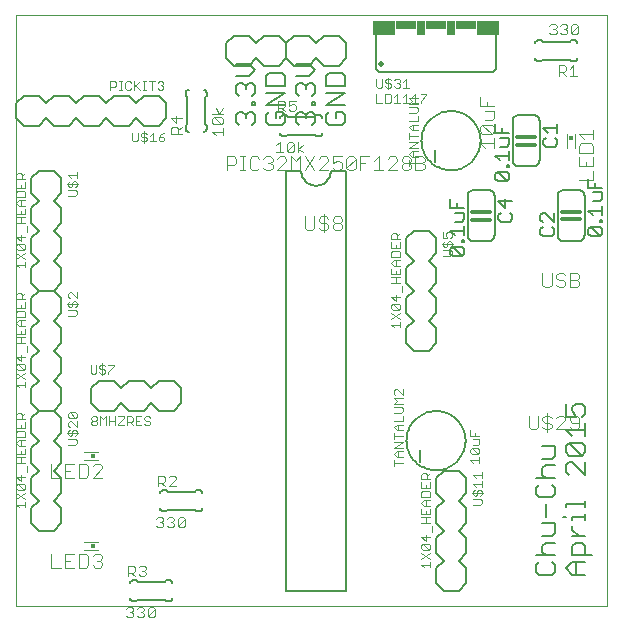
<source format=gto>
G75*
G70*
%OFA0B0*%
%FSLAX24Y24*%
%IPPOS*%
%LPD*%
%AMOC8*
5,1,8,0,0,1.08239X$1,22.5*
%
%ADD10C,0.0000*%
%ADD11C,0.0060*%
%ADD12C,0.0080*%
%ADD13C,0.0030*%
%ADD14C,0.0040*%
%ADD15C,0.0200*%
%ADD16R,0.0750X0.0500*%
%ADD17R,0.0700X0.0300*%
%ADD18R,0.0300X0.0500*%
%ADD19R,0.0118X0.0118*%
%ADD20C,0.0120*%
%ADD21C,0.0050*%
D10*
X000302Y000726D02*
X000302Y020411D01*
X019987Y020411D01*
X019987Y000726D01*
X000302Y000726D01*
D11*
X004202Y000876D02*
X004302Y000876D01*
X004352Y000926D01*
X005252Y000926D01*
X005302Y000876D01*
X005402Y000876D01*
X005419Y000878D01*
X005436Y000882D01*
X005452Y000889D01*
X005466Y000899D01*
X005479Y000912D01*
X005489Y000926D01*
X005496Y000942D01*
X005500Y000959D01*
X005502Y000976D01*
X005502Y001476D02*
X005500Y001493D01*
X005496Y001510D01*
X005489Y001526D01*
X005479Y001540D01*
X005466Y001553D01*
X005452Y001563D01*
X005436Y001570D01*
X005419Y001574D01*
X005402Y001576D01*
X005302Y001576D01*
X005252Y001526D01*
X004352Y001526D01*
X004302Y001576D01*
X004202Y001576D01*
X004185Y001574D01*
X004168Y001570D01*
X004152Y001563D01*
X004138Y001553D01*
X004125Y001540D01*
X004115Y001526D01*
X004108Y001510D01*
X004104Y001493D01*
X004102Y001476D01*
X004102Y000976D02*
X004104Y000959D01*
X004108Y000942D01*
X004115Y000926D01*
X004125Y000912D01*
X004138Y000899D01*
X004152Y000889D01*
X004168Y000882D01*
X004185Y000878D01*
X004202Y000876D01*
X005202Y003876D02*
X005302Y003876D01*
X005352Y003926D01*
X006252Y003926D01*
X006302Y003876D01*
X006402Y003876D01*
X006419Y003878D01*
X006436Y003882D01*
X006452Y003889D01*
X006466Y003899D01*
X006479Y003912D01*
X006489Y003926D01*
X006496Y003942D01*
X006500Y003959D01*
X006502Y003976D01*
X006502Y004476D02*
X006500Y004493D01*
X006496Y004510D01*
X006489Y004526D01*
X006479Y004540D01*
X006466Y004553D01*
X006452Y004563D01*
X006436Y004570D01*
X006419Y004574D01*
X006402Y004576D01*
X006302Y004576D01*
X006252Y004526D01*
X005352Y004526D01*
X005302Y004576D01*
X005202Y004576D01*
X005185Y004574D01*
X005168Y004570D01*
X005152Y004563D01*
X005138Y004553D01*
X005125Y004540D01*
X005115Y004526D01*
X005108Y004510D01*
X005104Y004493D01*
X005102Y004476D01*
X005102Y003976D02*
X005104Y003959D01*
X005108Y003942D01*
X005115Y003926D01*
X005125Y003912D01*
X005138Y003899D01*
X005152Y003889D01*
X005168Y003882D01*
X005185Y003878D01*
X005202Y003876D01*
X015352Y013076D02*
X015352Y014376D01*
X015354Y014402D01*
X015359Y014428D01*
X015367Y014453D01*
X015379Y014476D01*
X015393Y014498D01*
X015411Y014517D01*
X015430Y014535D01*
X015452Y014549D01*
X015475Y014561D01*
X015500Y014569D01*
X015526Y014574D01*
X015552Y014576D01*
X016052Y014576D01*
X016078Y014574D01*
X016104Y014569D01*
X016129Y014561D01*
X016152Y014549D01*
X016174Y014535D01*
X016193Y014517D01*
X016211Y014498D01*
X016225Y014476D01*
X016237Y014453D01*
X016245Y014428D01*
X016250Y014402D01*
X016252Y014376D01*
X016252Y013076D01*
X016250Y013050D01*
X016245Y013024D01*
X016237Y012999D01*
X016225Y012976D01*
X016211Y012954D01*
X016193Y012935D01*
X016174Y012917D01*
X016152Y012903D01*
X016129Y012891D01*
X016104Y012883D01*
X016078Y012878D01*
X016052Y012876D01*
X015552Y012876D01*
X015526Y012878D01*
X015500Y012883D01*
X015475Y012891D01*
X015452Y012903D01*
X015430Y012917D01*
X015411Y012935D01*
X015393Y012954D01*
X015379Y012976D01*
X015367Y012999D01*
X015359Y013024D01*
X015354Y013050D01*
X015352Y013076D01*
X017052Y015376D02*
X017552Y015376D01*
X017578Y015378D01*
X017604Y015383D01*
X017629Y015391D01*
X017652Y015403D01*
X017674Y015417D01*
X017693Y015435D01*
X017711Y015454D01*
X017725Y015476D01*
X017737Y015499D01*
X017745Y015524D01*
X017750Y015550D01*
X017752Y015576D01*
X017752Y016876D01*
X017750Y016902D01*
X017745Y016928D01*
X017737Y016953D01*
X017725Y016976D01*
X017711Y016998D01*
X017693Y017017D01*
X017674Y017035D01*
X017652Y017049D01*
X017629Y017061D01*
X017604Y017069D01*
X017578Y017074D01*
X017552Y017076D01*
X017052Y017076D01*
X017026Y017074D01*
X017000Y017069D01*
X016975Y017061D01*
X016952Y017049D01*
X016930Y017035D01*
X016911Y017017D01*
X016893Y016998D01*
X016879Y016976D01*
X016867Y016953D01*
X016859Y016928D01*
X016854Y016902D01*
X016852Y016876D01*
X016852Y015576D01*
X016854Y015550D01*
X016859Y015524D01*
X016867Y015499D01*
X016879Y015476D01*
X016893Y015454D01*
X016911Y015435D01*
X016930Y015417D01*
X016952Y015403D01*
X016975Y015391D01*
X017000Y015383D01*
X017026Y015378D01*
X017052Y015376D01*
X018352Y014376D02*
X018352Y013076D01*
X018354Y013050D01*
X018359Y013024D01*
X018367Y012999D01*
X018379Y012976D01*
X018393Y012954D01*
X018411Y012935D01*
X018430Y012917D01*
X018452Y012903D01*
X018475Y012891D01*
X018500Y012883D01*
X018526Y012878D01*
X018552Y012876D01*
X019052Y012876D01*
X019078Y012878D01*
X019104Y012883D01*
X019129Y012891D01*
X019152Y012903D01*
X019174Y012917D01*
X019193Y012935D01*
X019211Y012954D01*
X019225Y012976D01*
X019237Y012999D01*
X019245Y013024D01*
X019250Y013050D01*
X019252Y013076D01*
X019252Y014376D01*
X019250Y014402D01*
X019245Y014428D01*
X019237Y014453D01*
X019225Y014476D01*
X019211Y014498D01*
X019193Y014517D01*
X019174Y014535D01*
X019152Y014549D01*
X019129Y014561D01*
X019104Y014569D01*
X019078Y014574D01*
X019052Y014576D01*
X018552Y014576D01*
X018526Y014574D01*
X018500Y014569D01*
X018475Y014561D01*
X018452Y014549D01*
X018430Y014535D01*
X018411Y014517D01*
X018393Y014498D01*
X018379Y014476D01*
X018367Y014453D01*
X018359Y014428D01*
X018354Y014402D01*
X018352Y014376D01*
X016202Y018526D02*
X012402Y018526D01*
X012302Y018626D01*
X012302Y019776D01*
X011166Y018472D02*
X010739Y018472D01*
X010632Y018365D01*
X010632Y018045D01*
X011272Y018045D01*
X011272Y018365D01*
X011166Y018472D01*
X011272Y017827D02*
X010632Y017827D01*
X010272Y017829D02*
X010166Y017722D01*
X010272Y017829D02*
X010272Y018043D01*
X010166Y018149D01*
X010059Y018149D01*
X009952Y018043D01*
X009952Y017936D01*
X009952Y018043D02*
X009845Y018149D01*
X009739Y018149D01*
X009632Y018043D01*
X009632Y017829D01*
X009739Y017722D01*
X010166Y017507D02*
X010166Y017400D01*
X010272Y017400D01*
X010272Y017507D01*
X010166Y017507D01*
X010166Y017183D02*
X010059Y017183D01*
X009952Y017076D01*
X009952Y016969D01*
X009952Y017076D02*
X009845Y017183D01*
X009739Y017183D01*
X009632Y017076D01*
X009632Y016862D01*
X009739Y016756D01*
X010166Y016756D02*
X010272Y016862D01*
X010272Y017076D01*
X010166Y017183D01*
X010302Y017076D02*
X010252Y017026D01*
X009352Y017026D01*
X009302Y017076D01*
X009202Y017076D01*
X009272Y017076D02*
X009166Y017183D01*
X008952Y017183D01*
X008952Y016969D01*
X009102Y016976D02*
X009104Y016993D01*
X009108Y017010D01*
X009115Y017026D01*
X009125Y017040D01*
X009138Y017053D01*
X009152Y017063D01*
X009168Y017070D01*
X009185Y017074D01*
X009202Y017076D01*
X009272Y017076D02*
X009272Y016862D01*
X009166Y016756D01*
X008739Y016756D01*
X008632Y016862D01*
X008632Y017076D01*
X008739Y017183D01*
X008632Y017400D02*
X009272Y017827D01*
X008632Y017827D01*
X008632Y018045D02*
X008632Y018365D01*
X008739Y018472D01*
X009166Y018472D01*
X009272Y018365D01*
X009272Y018045D01*
X008632Y018045D01*
X008272Y018043D02*
X008272Y017829D01*
X008166Y017722D01*
X008166Y017507D02*
X008272Y017507D01*
X008272Y017400D01*
X008166Y017400D01*
X008166Y017507D01*
X008166Y017183D02*
X008059Y017183D01*
X007952Y017076D01*
X007952Y016969D01*
X007952Y017076D02*
X007845Y017183D01*
X007739Y017183D01*
X007632Y017076D01*
X007632Y016862D01*
X007739Y016756D01*
X008166Y016756D02*
X008272Y016862D01*
X008272Y017076D01*
X008166Y017183D01*
X008632Y017400D02*
X009272Y017400D01*
X009102Y016476D02*
X009104Y016459D01*
X009108Y016442D01*
X009115Y016426D01*
X009125Y016412D01*
X009138Y016399D01*
X009152Y016389D01*
X009168Y016382D01*
X009185Y016378D01*
X009202Y016376D01*
X009302Y016376D01*
X009352Y016426D01*
X010252Y016426D01*
X010302Y016376D01*
X010402Y016376D01*
X010419Y016378D01*
X010436Y016382D01*
X010452Y016389D01*
X010466Y016399D01*
X010479Y016412D01*
X010489Y016426D01*
X010496Y016442D01*
X010500Y016459D01*
X010502Y016476D01*
X010739Y016756D02*
X011166Y016756D01*
X011272Y016862D01*
X011272Y017076D01*
X011166Y017183D01*
X010952Y017183D01*
X010952Y016969D01*
X010739Y016756D02*
X010632Y016862D01*
X010632Y017076D01*
X010739Y017183D01*
X010632Y017400D02*
X011272Y017827D01*
X011272Y017400D02*
X010632Y017400D01*
X010402Y017076D02*
X010302Y017076D01*
X010402Y017076D02*
X010419Y017074D01*
X010436Y017070D01*
X010452Y017063D01*
X010466Y017053D01*
X010479Y017040D01*
X010489Y017026D01*
X010496Y017010D01*
X010500Y016993D01*
X010502Y016976D01*
X010059Y018367D02*
X009632Y018367D01*
X010059Y018367D02*
X010272Y018580D01*
X010059Y018794D01*
X009632Y018794D01*
X008272Y018580D02*
X008059Y018794D01*
X007632Y018794D01*
X007632Y018367D02*
X008059Y018367D01*
X008272Y018580D01*
X008166Y018149D02*
X008059Y018149D01*
X007952Y018043D01*
X007952Y017936D01*
X007952Y018043D02*
X007845Y018149D01*
X007739Y018149D01*
X007632Y018043D01*
X007632Y017829D01*
X007739Y017722D01*
X008166Y018149D02*
X008272Y018043D01*
X006652Y017826D02*
X006652Y017726D01*
X006602Y017676D01*
X006602Y016776D01*
X006652Y016726D01*
X006652Y016626D01*
X006650Y016609D01*
X006646Y016592D01*
X006639Y016576D01*
X006629Y016562D01*
X006616Y016549D01*
X006602Y016539D01*
X006586Y016532D01*
X006569Y016528D01*
X006552Y016526D01*
X006052Y016526D02*
X006035Y016528D01*
X006018Y016532D01*
X006002Y016539D01*
X005988Y016549D01*
X005975Y016562D01*
X005965Y016576D01*
X005958Y016592D01*
X005954Y016609D01*
X005952Y016626D01*
X005952Y016726D01*
X006002Y016776D01*
X006002Y017676D01*
X005952Y017726D01*
X005952Y017826D01*
X005954Y017843D01*
X005958Y017860D01*
X005965Y017876D01*
X005975Y017890D01*
X005988Y017903D01*
X006002Y017913D01*
X006018Y017920D01*
X006035Y017924D01*
X006052Y017926D01*
X006552Y017926D02*
X006569Y017924D01*
X006586Y017920D01*
X006602Y017913D01*
X006616Y017903D01*
X006629Y017890D01*
X006639Y017876D01*
X006646Y017860D01*
X006650Y017843D01*
X006652Y017826D01*
X016202Y018526D02*
X016302Y018626D01*
X016302Y019776D01*
X017702Y019576D02*
X017802Y019576D01*
X017852Y019526D01*
X018752Y019526D01*
X018802Y019576D01*
X018902Y019576D01*
X018919Y019574D01*
X018936Y019570D01*
X018952Y019563D01*
X018966Y019553D01*
X018979Y019540D01*
X018989Y019526D01*
X018996Y019510D01*
X019000Y019493D01*
X019002Y019476D01*
X019002Y018976D02*
X019000Y018959D01*
X018996Y018942D01*
X018989Y018926D01*
X018979Y018912D01*
X018966Y018899D01*
X018952Y018889D01*
X018936Y018882D01*
X018919Y018878D01*
X018902Y018876D01*
X018802Y018876D01*
X018752Y018926D01*
X017852Y018926D01*
X017802Y018876D01*
X017702Y018876D01*
X017685Y018878D01*
X017668Y018882D01*
X017652Y018889D01*
X017638Y018899D01*
X017625Y018912D01*
X017615Y018926D01*
X017608Y018942D01*
X017604Y018959D01*
X017602Y018976D01*
X017602Y019476D02*
X017604Y019493D01*
X017608Y019510D01*
X017615Y019526D01*
X017625Y019540D01*
X017638Y019553D01*
X017652Y019563D01*
X017668Y019570D01*
X017685Y019574D01*
X017702Y019576D01*
X018632Y007446D02*
X018632Y007019D01*
X018952Y007019D01*
X018845Y007233D01*
X018845Y007340D01*
X018952Y007446D01*
X019166Y007446D01*
X019272Y007340D01*
X019272Y007126D01*
X019166Y007019D01*
X019272Y006802D02*
X019272Y006375D01*
X019272Y006588D02*
X018632Y006588D01*
X018845Y006375D01*
X018739Y006157D02*
X019166Y005730D01*
X019272Y005837D01*
X019272Y006050D01*
X019166Y006157D01*
X018739Y006157D01*
X018632Y006050D01*
X018632Y005837D01*
X018739Y005730D01*
X019166Y005730D01*
X019272Y005513D02*
X019272Y005086D01*
X018845Y005513D01*
X018739Y005513D01*
X018632Y005406D01*
X018632Y005192D01*
X018739Y005086D01*
X018272Y004978D02*
X017632Y004978D01*
X017845Y005085D02*
X017845Y005299D01*
X017952Y005405D01*
X018272Y005405D01*
X018166Y005623D02*
X018272Y005730D01*
X018272Y006050D01*
X017845Y006050D01*
X017845Y005623D02*
X018166Y005623D01*
X017845Y005085D02*
X017952Y004978D01*
X017739Y004761D02*
X017632Y004654D01*
X017632Y004441D01*
X017739Y004334D01*
X018166Y004334D01*
X018272Y004441D01*
X018272Y004654D01*
X018166Y004761D01*
X017952Y004116D02*
X017952Y003689D01*
X017845Y003472D02*
X018272Y003472D01*
X018272Y003151D01*
X018166Y003045D01*
X017845Y003045D01*
X017952Y002827D02*
X017845Y002720D01*
X017845Y002507D01*
X017952Y002400D01*
X017739Y002183D02*
X017632Y002076D01*
X017632Y001862D01*
X017739Y001756D01*
X018166Y001756D01*
X018272Y001862D01*
X018272Y002076D01*
X018166Y002183D01*
X018272Y002400D02*
X017632Y002400D01*
X017952Y002827D02*
X018272Y002827D01*
X018845Y002720D02*
X018845Y002400D01*
X019486Y002400D01*
X019272Y002400D02*
X019272Y002720D01*
X019166Y002827D01*
X018952Y002827D01*
X018845Y002720D01*
X018845Y003045D02*
X019272Y003045D01*
X019059Y003045D02*
X018845Y003258D01*
X018845Y003365D01*
X018845Y003582D02*
X018845Y003689D01*
X019272Y003689D01*
X019272Y003795D02*
X019272Y003582D01*
X019272Y004011D02*
X019272Y004225D01*
X019272Y004118D02*
X018632Y004118D01*
X018632Y004011D01*
X018632Y003689D02*
X018525Y003689D01*
X018845Y002183D02*
X019272Y002183D01*
X018952Y002183D02*
X018952Y001756D01*
X018845Y001756D02*
X018632Y001969D01*
X018845Y002183D01*
X018845Y001756D02*
X019272Y001756D01*
D12*
X015302Y001976D02*
X015302Y001476D01*
X015052Y001226D01*
X014552Y001226D01*
X014302Y001476D01*
X014302Y001976D01*
X014552Y002226D01*
X014302Y002476D01*
X014302Y002976D01*
X014552Y003226D01*
X014302Y003476D01*
X014302Y003976D01*
X014552Y004226D01*
X014302Y004476D01*
X014302Y004976D01*
X014552Y005226D01*
X015052Y005226D01*
X015302Y004976D01*
X015302Y004476D01*
X015052Y004226D01*
X015302Y003976D01*
X015302Y003476D01*
X015052Y003226D01*
X015302Y002976D01*
X015302Y002476D01*
X015052Y002226D01*
X015302Y001976D01*
X013752Y005526D02*
X013752Y005926D01*
X013318Y006226D02*
X013320Y006288D01*
X013326Y006351D01*
X013336Y006412D01*
X013350Y006473D01*
X013367Y006533D01*
X013388Y006592D01*
X013414Y006649D01*
X013442Y006704D01*
X013474Y006758D01*
X013510Y006809D01*
X013548Y006859D01*
X013590Y006905D01*
X013634Y006949D01*
X013682Y006990D01*
X013731Y007028D01*
X013783Y007062D01*
X013837Y007093D01*
X013893Y007121D01*
X013951Y007145D01*
X014010Y007166D01*
X014070Y007182D01*
X014131Y007195D01*
X014193Y007204D01*
X014255Y007209D01*
X014318Y007210D01*
X014380Y007207D01*
X014442Y007200D01*
X014504Y007189D01*
X014564Y007174D01*
X014624Y007156D01*
X014682Y007134D01*
X014739Y007108D01*
X014794Y007078D01*
X014847Y007045D01*
X014898Y007009D01*
X014946Y006970D01*
X014992Y006927D01*
X015035Y006882D01*
X015075Y006834D01*
X015112Y006784D01*
X015146Y006731D01*
X015177Y006677D01*
X015203Y006621D01*
X015227Y006563D01*
X015246Y006503D01*
X015262Y006443D01*
X015274Y006381D01*
X015282Y006320D01*
X015286Y006257D01*
X015286Y006195D01*
X015282Y006132D01*
X015274Y006071D01*
X015262Y006009D01*
X015246Y005949D01*
X015227Y005889D01*
X015203Y005831D01*
X015177Y005775D01*
X015146Y005721D01*
X015112Y005668D01*
X015075Y005618D01*
X015035Y005570D01*
X014992Y005525D01*
X014946Y005482D01*
X014898Y005443D01*
X014847Y005407D01*
X014794Y005374D01*
X014739Y005344D01*
X014682Y005318D01*
X014624Y005296D01*
X014564Y005278D01*
X014504Y005263D01*
X014442Y005252D01*
X014380Y005245D01*
X014318Y005242D01*
X014255Y005243D01*
X014193Y005248D01*
X014131Y005257D01*
X014070Y005270D01*
X014010Y005286D01*
X013951Y005307D01*
X013893Y005331D01*
X013837Y005359D01*
X013783Y005390D01*
X013731Y005424D01*
X013682Y005462D01*
X013634Y005503D01*
X013590Y005547D01*
X013548Y005593D01*
X013510Y005643D01*
X013474Y005694D01*
X013442Y005748D01*
X013414Y005803D01*
X013388Y005860D01*
X013367Y005919D01*
X013350Y005979D01*
X013336Y006040D01*
X013326Y006101D01*
X013320Y006164D01*
X013318Y006226D01*
X013552Y009226D02*
X014052Y009226D01*
X014302Y009476D01*
X014302Y009976D01*
X014052Y010226D01*
X014302Y010476D01*
X014302Y010976D01*
X014052Y011226D01*
X014302Y011476D01*
X014302Y011976D01*
X014052Y012226D01*
X014302Y012476D01*
X014302Y012976D01*
X014052Y013226D01*
X013552Y013226D01*
X013302Y012976D01*
X013302Y012476D01*
X013552Y012226D01*
X013302Y011976D01*
X013302Y011476D01*
X013552Y011226D01*
X013302Y010976D01*
X013302Y010476D01*
X013552Y010226D01*
X013302Y009976D01*
X013302Y009476D01*
X013552Y009226D01*
X014252Y015526D02*
X014252Y015926D01*
X013818Y016226D02*
X013820Y016288D01*
X013826Y016351D01*
X013836Y016412D01*
X013850Y016473D01*
X013867Y016533D01*
X013888Y016592D01*
X013914Y016649D01*
X013942Y016704D01*
X013974Y016758D01*
X014010Y016809D01*
X014048Y016859D01*
X014090Y016905D01*
X014134Y016949D01*
X014182Y016990D01*
X014231Y017028D01*
X014283Y017062D01*
X014337Y017093D01*
X014393Y017121D01*
X014451Y017145D01*
X014510Y017166D01*
X014570Y017182D01*
X014631Y017195D01*
X014693Y017204D01*
X014755Y017209D01*
X014818Y017210D01*
X014880Y017207D01*
X014942Y017200D01*
X015004Y017189D01*
X015064Y017174D01*
X015124Y017156D01*
X015182Y017134D01*
X015239Y017108D01*
X015294Y017078D01*
X015347Y017045D01*
X015398Y017009D01*
X015446Y016970D01*
X015492Y016927D01*
X015535Y016882D01*
X015575Y016834D01*
X015612Y016784D01*
X015646Y016731D01*
X015677Y016677D01*
X015703Y016621D01*
X015727Y016563D01*
X015746Y016503D01*
X015762Y016443D01*
X015774Y016381D01*
X015782Y016320D01*
X015786Y016257D01*
X015786Y016195D01*
X015782Y016132D01*
X015774Y016071D01*
X015762Y016009D01*
X015746Y015949D01*
X015727Y015889D01*
X015703Y015831D01*
X015677Y015775D01*
X015646Y015721D01*
X015612Y015668D01*
X015575Y015618D01*
X015535Y015570D01*
X015492Y015525D01*
X015446Y015482D01*
X015398Y015443D01*
X015347Y015407D01*
X015294Y015374D01*
X015239Y015344D01*
X015182Y015318D01*
X015124Y015296D01*
X015064Y015278D01*
X015004Y015263D01*
X014942Y015252D01*
X014880Y015245D01*
X014818Y015242D01*
X014755Y015243D01*
X014693Y015248D01*
X014631Y015257D01*
X014570Y015270D01*
X014510Y015286D01*
X014451Y015307D01*
X014393Y015331D01*
X014337Y015359D01*
X014283Y015390D01*
X014231Y015424D01*
X014182Y015462D01*
X014134Y015503D01*
X014090Y015547D01*
X014048Y015593D01*
X014010Y015643D01*
X013974Y015694D01*
X013942Y015748D01*
X013914Y015803D01*
X013888Y015860D01*
X013867Y015919D01*
X013850Y015979D01*
X013836Y016040D01*
X013826Y016101D01*
X013820Y016164D01*
X013818Y016226D01*
X011302Y018976D02*
X011302Y019476D01*
X011052Y019726D01*
X010552Y019726D01*
X010302Y019476D01*
X010052Y019726D01*
X009552Y019726D01*
X009302Y019476D01*
X009302Y018976D01*
X009552Y018726D01*
X010052Y018726D01*
X010302Y018976D01*
X010552Y018726D01*
X011052Y018726D01*
X011302Y018976D01*
X009302Y018976D02*
X009302Y019476D01*
X009052Y019726D01*
X008552Y019726D01*
X008302Y019476D01*
X008052Y019726D01*
X007552Y019726D01*
X007302Y019476D01*
X007302Y018976D01*
X007552Y018726D01*
X008052Y018726D01*
X008302Y018976D01*
X008552Y018726D01*
X009052Y018726D01*
X009302Y018976D01*
X005302Y017476D02*
X005302Y016976D01*
X005052Y016726D01*
X004552Y016726D01*
X004302Y016976D01*
X004052Y016726D01*
X003552Y016726D01*
X003302Y016976D01*
X003052Y016726D01*
X002552Y016726D01*
X002302Y016976D01*
X002052Y016726D01*
X001552Y016726D01*
X001302Y016976D01*
X001052Y016726D01*
X000552Y016726D01*
X000302Y016976D01*
X000302Y017476D01*
X000552Y017726D01*
X001052Y017726D01*
X001302Y017476D01*
X001552Y017726D01*
X002052Y017726D01*
X002302Y017476D01*
X002552Y017726D01*
X003052Y017726D01*
X003302Y017476D01*
X003552Y017726D01*
X004052Y017726D01*
X004302Y017476D01*
X004552Y017726D01*
X005052Y017726D01*
X005302Y017476D01*
X001802Y014976D02*
X001802Y014476D01*
X001552Y014226D01*
X001802Y013976D01*
X001802Y013476D01*
X001552Y013226D01*
X001802Y012976D01*
X001802Y012476D01*
X001552Y012226D01*
X001802Y011976D01*
X001802Y011476D01*
X001552Y011226D01*
X001802Y010976D01*
X001802Y010476D01*
X001552Y010226D01*
X001802Y009976D01*
X001802Y009476D01*
X001552Y009226D01*
X001802Y008976D01*
X001802Y008476D01*
X001552Y008226D01*
X001802Y007976D01*
X001802Y007476D01*
X001552Y007226D01*
X001802Y006976D01*
X001802Y006476D01*
X001552Y006226D01*
X001802Y005976D01*
X001802Y005476D01*
X001552Y005226D01*
X001802Y004976D01*
X001802Y004476D01*
X001552Y004226D01*
X001802Y003976D01*
X001802Y003476D01*
X001552Y003226D01*
X001052Y003226D01*
X000802Y003476D01*
X000802Y003976D01*
X001052Y004226D01*
X000802Y004476D01*
X000802Y004976D01*
X001052Y005226D01*
X000802Y005476D01*
X000802Y005976D01*
X001052Y006226D01*
X000802Y006476D01*
X000802Y006976D01*
X001052Y007226D01*
X001552Y007226D01*
X001052Y007226D01*
X000802Y007476D01*
X000802Y007976D01*
X001052Y008226D01*
X000802Y008476D01*
X000802Y008976D01*
X001052Y009226D01*
X000802Y009476D01*
X000802Y009976D01*
X001052Y010226D01*
X000802Y010476D01*
X000802Y010976D01*
X001052Y011226D01*
X001552Y011226D01*
X001052Y011226D01*
X000802Y011476D01*
X000802Y011976D01*
X001052Y012226D01*
X000802Y012476D01*
X000802Y012976D01*
X001052Y013226D01*
X000802Y013476D01*
X000802Y013976D01*
X001052Y014226D01*
X000802Y014476D01*
X000802Y014976D01*
X001052Y015226D01*
X001552Y015226D01*
X001802Y014976D01*
X003052Y008226D02*
X002802Y007976D01*
X002802Y007476D01*
X003052Y007226D01*
X003552Y007226D01*
X003802Y007476D01*
X004052Y007226D01*
X004552Y007226D01*
X004802Y007476D01*
X005052Y007226D01*
X005552Y007226D01*
X005802Y007476D01*
X005802Y007976D01*
X005552Y008226D01*
X005052Y008226D01*
X004802Y007976D01*
X004552Y008226D01*
X004052Y008226D01*
X003802Y007976D01*
X003552Y008226D01*
X003052Y008226D01*
D13*
X003179Y008412D02*
X003179Y008799D01*
X003227Y008751D02*
X003130Y008751D01*
X003082Y008703D01*
X003082Y008654D01*
X003130Y008606D01*
X003227Y008606D01*
X003275Y008557D01*
X003275Y008509D01*
X003227Y008461D01*
X003130Y008461D01*
X003082Y008509D01*
X002981Y008509D02*
X002981Y008751D01*
X002787Y008751D02*
X002787Y008509D01*
X002836Y008461D01*
X002932Y008461D01*
X002981Y008509D01*
X003227Y008751D02*
X003275Y008703D01*
X003377Y008751D02*
X003570Y008751D01*
X003570Y008703D01*
X003377Y008509D01*
X003377Y008461D01*
X003407Y007031D02*
X003407Y006741D01*
X003305Y006741D02*
X003305Y007031D01*
X003209Y006934D01*
X003112Y007031D01*
X003112Y006741D01*
X003011Y006789D02*
X002962Y006741D01*
X002866Y006741D01*
X002817Y006789D01*
X002817Y006837D01*
X002866Y006886D01*
X002962Y006886D01*
X003011Y006837D01*
X003011Y006789D01*
X002962Y006886D02*
X003011Y006934D01*
X003011Y006983D01*
X002962Y007031D01*
X002866Y007031D01*
X002817Y006983D01*
X002817Y006934D01*
X002866Y006886D01*
X003407Y006886D02*
X003600Y006886D01*
X003701Y006789D02*
X003701Y006741D01*
X003895Y006741D01*
X003996Y006741D02*
X003996Y007031D01*
X004141Y007031D01*
X004189Y006983D01*
X004189Y006886D01*
X004141Y006837D01*
X003996Y006837D01*
X004093Y006837D02*
X004189Y006741D01*
X004291Y006741D02*
X004484Y006741D01*
X004585Y006789D02*
X004634Y006741D01*
X004730Y006741D01*
X004779Y006789D01*
X004779Y006837D01*
X004730Y006886D01*
X004634Y006886D01*
X004585Y006934D01*
X004585Y006983D01*
X004634Y007031D01*
X004730Y007031D01*
X004779Y006983D01*
X004484Y007031D02*
X004291Y007031D01*
X004291Y006741D01*
X004291Y006886D02*
X004387Y006886D01*
X003895Y006983D02*
X003701Y006789D01*
X003600Y006741D02*
X003600Y007031D01*
X003701Y007031D02*
X003895Y007031D01*
X003895Y006983D01*
X002327Y007024D02*
X002279Y006976D01*
X002086Y007169D01*
X002279Y007169D01*
X002327Y007121D01*
X002327Y007024D01*
X002279Y006976D02*
X002086Y006976D01*
X002037Y007024D01*
X002037Y007121D01*
X002086Y007169D01*
X002086Y006875D02*
X002037Y006826D01*
X002037Y006730D01*
X002086Y006681D01*
X002086Y006580D02*
X002037Y006532D01*
X002037Y006435D01*
X002086Y006387D01*
X002134Y006387D01*
X002182Y006435D01*
X002182Y006532D01*
X002231Y006580D01*
X002279Y006580D01*
X002327Y006532D01*
X002327Y006435D01*
X002279Y006387D01*
X002279Y006286D02*
X002037Y006286D01*
X002037Y006092D02*
X002279Y006092D01*
X002327Y006140D01*
X002327Y006237D01*
X002279Y006286D01*
X002376Y006483D02*
X001989Y006483D01*
X002327Y006681D02*
X002134Y006875D01*
X002086Y006875D01*
X002327Y006875D02*
X002327Y006681D01*
X000607Y006651D02*
X000607Y006845D01*
X000607Y006946D02*
X000317Y006946D01*
X000317Y007091D01*
X000366Y007139D01*
X000462Y007139D01*
X000511Y007091D01*
X000511Y006946D01*
X000511Y007043D02*
X000607Y007139D01*
X000317Y006845D02*
X000317Y006651D01*
X000607Y006651D01*
X000559Y006550D02*
X000366Y006550D01*
X000317Y006502D01*
X000317Y006357D01*
X000607Y006357D01*
X000607Y006502D01*
X000559Y006550D01*
X000462Y006651D02*
X000462Y006748D01*
X000462Y006256D02*
X000462Y006062D01*
X000414Y006062D02*
X000317Y006159D01*
X000414Y006256D01*
X000607Y006256D01*
X000607Y006062D02*
X000414Y006062D01*
X000317Y005961D02*
X000317Y005767D01*
X000607Y005767D01*
X000607Y005961D01*
X000462Y005864D02*
X000462Y005767D01*
X000462Y005666D02*
X000462Y005473D01*
X000607Y005473D02*
X000317Y005473D01*
X000317Y005666D02*
X000607Y005666D01*
X000656Y005372D02*
X000656Y005178D01*
X000607Y005029D02*
X000317Y005029D01*
X000462Y004883D01*
X000462Y005077D01*
X000366Y004782D02*
X000559Y004589D01*
X000607Y004637D01*
X000607Y004734D01*
X000559Y004782D01*
X000366Y004782D01*
X000317Y004734D01*
X000317Y004637D01*
X000366Y004589D01*
X000559Y004589D01*
X000607Y004488D02*
X000317Y004294D01*
X000317Y004488D02*
X000607Y004294D01*
X000607Y004193D02*
X000607Y004000D01*
X000607Y004096D02*
X000317Y004096D01*
X000414Y004000D01*
X000414Y008000D02*
X000317Y008096D01*
X000607Y008096D01*
X000607Y008000D02*
X000607Y008193D01*
X000607Y008294D02*
X000317Y008488D01*
X000366Y008589D02*
X000317Y008637D01*
X000317Y008734D01*
X000366Y008782D01*
X000559Y008589D01*
X000607Y008637D01*
X000607Y008734D01*
X000559Y008782D01*
X000366Y008782D01*
X000462Y008883D02*
X000317Y009029D01*
X000607Y009029D01*
X000462Y009077D02*
X000462Y008883D01*
X000656Y009178D02*
X000656Y009372D01*
X000607Y009473D02*
X000317Y009473D01*
X000462Y009473D02*
X000462Y009666D01*
X000462Y009767D02*
X000462Y009864D01*
X000317Y009767D02*
X000607Y009767D01*
X000607Y009961D01*
X000607Y010062D02*
X000414Y010062D01*
X000317Y010159D01*
X000414Y010256D01*
X000607Y010256D01*
X000607Y010357D02*
X000607Y010502D01*
X000559Y010550D01*
X000366Y010550D01*
X000317Y010502D01*
X000317Y010357D01*
X000607Y010357D01*
X000462Y010256D02*
X000462Y010062D01*
X000317Y009961D02*
X000317Y009767D01*
X000317Y009666D02*
X000607Y009666D01*
X000607Y010651D02*
X000317Y010651D01*
X000317Y010845D01*
X000317Y010946D02*
X000317Y011091D01*
X000366Y011139D01*
X000462Y011139D01*
X000511Y011091D01*
X000511Y010946D01*
X000607Y010946D02*
X000317Y010946D01*
X000511Y011043D02*
X000607Y011139D01*
X000607Y010845D02*
X000607Y010651D01*
X000462Y010651D02*
X000462Y010748D01*
X000414Y012000D02*
X000317Y012096D01*
X000607Y012096D01*
X000607Y012000D02*
X000607Y012193D01*
X000607Y012294D02*
X000317Y012488D01*
X000366Y012589D02*
X000317Y012637D01*
X000317Y012734D01*
X000366Y012782D01*
X000559Y012589D01*
X000607Y012637D01*
X000607Y012734D01*
X000559Y012782D01*
X000366Y012782D01*
X000462Y012883D02*
X000317Y013029D01*
X000607Y013029D01*
X000462Y013077D02*
X000462Y012883D01*
X000559Y012589D02*
X000366Y012589D01*
X000607Y012488D02*
X000317Y012294D01*
X000656Y013178D02*
X000656Y013372D01*
X000607Y013473D02*
X000317Y013473D01*
X000462Y013473D02*
X000462Y013666D01*
X000462Y013767D02*
X000462Y013864D01*
X000317Y013961D02*
X000317Y013767D01*
X000607Y013767D01*
X000607Y013961D01*
X000607Y014062D02*
X000414Y014062D01*
X000317Y014159D01*
X000414Y014256D01*
X000607Y014256D01*
X000607Y014357D02*
X000607Y014502D01*
X000559Y014550D01*
X000366Y014550D01*
X000317Y014502D01*
X000317Y014357D01*
X000607Y014357D01*
X000462Y014256D02*
X000462Y014062D01*
X000317Y013666D02*
X000607Y013666D01*
X000607Y014651D02*
X000317Y014651D01*
X000317Y014845D01*
X000317Y014946D02*
X000317Y015091D01*
X000366Y015139D01*
X000462Y015139D01*
X000511Y015091D01*
X000511Y014946D01*
X000607Y014946D02*
X000317Y014946D01*
X000511Y015043D02*
X000607Y015139D01*
X000607Y014845D02*
X000607Y014651D01*
X000462Y014651D02*
X000462Y014748D01*
X001989Y014778D02*
X002376Y014778D01*
X002327Y014730D02*
X002327Y014826D01*
X002279Y014875D01*
X002231Y014875D01*
X002182Y014826D01*
X002182Y014730D01*
X002134Y014681D01*
X002086Y014681D01*
X002037Y014730D01*
X002037Y014826D01*
X002086Y014875D01*
X002134Y014976D02*
X002037Y015073D01*
X002327Y015073D01*
X002327Y015169D02*
X002327Y014976D01*
X002327Y014730D02*
X002279Y014681D01*
X002279Y014580D02*
X002037Y014580D01*
X002037Y014387D02*
X002279Y014387D01*
X002327Y014435D01*
X002327Y014532D01*
X002279Y014580D01*
X004169Y016249D02*
X004169Y016491D01*
X004362Y016491D02*
X004362Y016249D01*
X004314Y016201D01*
X004217Y016201D01*
X004169Y016249D01*
X004463Y016249D02*
X004512Y016201D01*
X004609Y016201D01*
X004657Y016249D01*
X004657Y016297D01*
X004609Y016346D01*
X004512Y016346D01*
X004463Y016394D01*
X004463Y016443D01*
X004512Y016491D01*
X004609Y016491D01*
X004657Y016443D01*
X004758Y016394D02*
X004855Y016491D01*
X004855Y016201D01*
X004758Y016201D02*
X004952Y016201D01*
X005053Y016249D02*
X005101Y016201D01*
X005198Y016201D01*
X005246Y016249D01*
X005246Y016297D01*
X005198Y016346D01*
X005053Y016346D01*
X005053Y016249D01*
X005053Y016346D02*
X005149Y016443D01*
X005246Y016491D01*
X004560Y016539D02*
X004560Y016152D01*
X004580Y017921D02*
X004580Y018211D01*
X004532Y018211D02*
X004628Y018211D01*
X004728Y018211D02*
X004921Y018211D01*
X004825Y018211D02*
X004825Y017921D01*
X004628Y017921D02*
X004532Y017921D01*
X004430Y017921D02*
X004285Y018066D01*
X004237Y018017D02*
X004430Y018211D01*
X004237Y018211D02*
X004237Y017921D01*
X004136Y017969D02*
X004087Y017921D01*
X003991Y017921D01*
X003942Y017969D01*
X003942Y018163D01*
X003991Y018211D01*
X004087Y018211D01*
X004136Y018163D01*
X003843Y018211D02*
X003746Y018211D01*
X003794Y018211D02*
X003794Y017921D01*
X003746Y017921D02*
X003843Y017921D01*
X003645Y018066D02*
X003596Y018017D01*
X003451Y018017D01*
X003451Y017921D02*
X003451Y018211D01*
X003596Y018211D01*
X003645Y018163D01*
X003645Y018066D01*
X005023Y018163D02*
X005071Y018211D01*
X005168Y018211D01*
X005216Y018163D01*
X005216Y018114D01*
X005168Y018066D01*
X005216Y018017D01*
X005216Y017969D01*
X005168Y017921D01*
X005071Y017921D01*
X005023Y017969D01*
X005119Y018066D02*
X005168Y018066D01*
X002327Y011169D02*
X002327Y010976D01*
X002134Y011169D01*
X002086Y011169D01*
X002037Y011121D01*
X002037Y011024D01*
X002086Y010976D01*
X002086Y010875D02*
X002037Y010826D01*
X002037Y010730D01*
X002086Y010681D01*
X002134Y010681D01*
X002182Y010730D01*
X002182Y010826D01*
X002231Y010875D01*
X002279Y010875D01*
X002327Y010826D01*
X002327Y010730D01*
X002279Y010681D01*
X002279Y010580D02*
X002037Y010580D01*
X002037Y010387D02*
X002279Y010387D01*
X002327Y010435D01*
X002327Y010532D01*
X002279Y010580D01*
X002376Y010778D02*
X001989Y010778D01*
X000559Y008589D02*
X000366Y008589D01*
X000607Y008488D02*
X000317Y008294D01*
X012317Y017491D02*
X012511Y017491D01*
X012612Y017491D02*
X012757Y017491D01*
X012805Y017539D01*
X012805Y017733D01*
X012757Y017781D01*
X012612Y017781D01*
X012612Y017491D01*
X012317Y017491D02*
X012317Y017781D01*
X012366Y017991D02*
X012462Y017991D01*
X012511Y018039D01*
X012511Y018281D01*
X012612Y018233D02*
X012660Y018281D01*
X012757Y018281D01*
X012805Y018233D01*
X012907Y018233D02*
X012955Y018281D01*
X013052Y018281D01*
X013100Y018233D01*
X013100Y018184D01*
X013052Y018136D01*
X013100Y018087D01*
X013100Y018039D01*
X013052Y017991D01*
X012955Y017991D01*
X012907Y018039D01*
X012805Y018039D02*
X012805Y018087D01*
X012757Y018136D01*
X012660Y018136D01*
X012612Y018184D01*
X012612Y018233D01*
X012709Y018329D02*
X012709Y017942D01*
X012757Y017991D02*
X012805Y018039D01*
X012757Y017991D02*
X012660Y017991D01*
X012612Y018039D01*
X012366Y017991D02*
X012317Y018039D01*
X012317Y018281D01*
X013003Y018136D02*
X013052Y018136D01*
X013201Y018184D02*
X013298Y018281D01*
X013298Y017991D01*
X013201Y017991D02*
X013395Y017991D01*
X013298Y017781D02*
X013298Y017491D01*
X013201Y017491D02*
X013395Y017491D01*
X013397Y017453D02*
X013494Y017550D01*
X013397Y017647D01*
X013687Y017647D01*
X013791Y017539D02*
X013791Y017491D01*
X013791Y017539D02*
X013984Y017733D01*
X013984Y017781D01*
X013791Y017781D01*
X013593Y017781D02*
X013593Y017491D01*
X013689Y017491D02*
X013496Y017491D01*
X013397Y017453D02*
X013687Y017453D01*
X013639Y017352D02*
X013397Y017352D01*
X013397Y017159D02*
X013639Y017159D01*
X013687Y017207D01*
X013687Y017304D01*
X013639Y017352D01*
X013687Y017057D02*
X013687Y016864D01*
X013397Y016864D01*
X013494Y016763D02*
X013687Y016763D01*
X013542Y016763D02*
X013542Y016569D01*
X013494Y016569D02*
X013687Y016569D01*
X013494Y016569D02*
X013397Y016666D01*
X013494Y016763D01*
X013397Y016468D02*
X013397Y016275D01*
X013397Y016371D02*
X013687Y016371D01*
X013687Y016173D02*
X013397Y016173D01*
X013397Y015980D02*
X013687Y016173D01*
X013687Y015980D02*
X013397Y015980D01*
X013494Y015879D02*
X013687Y015879D01*
X013542Y015879D02*
X013542Y015685D01*
X013494Y015685D02*
X013687Y015685D01*
X013494Y015685D02*
X013397Y015782D01*
X013494Y015879D01*
X013397Y015584D02*
X013397Y015391D01*
X013397Y015487D02*
X013687Y015487D01*
X013100Y017491D02*
X012907Y017491D01*
X013003Y017491D02*
X013003Y017781D01*
X012907Y017684D01*
X013201Y017684D02*
X013298Y017781D01*
X013496Y017684D02*
X013593Y017781D01*
X013107Y013139D02*
X013011Y013043D01*
X013011Y013091D02*
X013011Y012946D01*
X013107Y012946D02*
X012817Y012946D01*
X012817Y013091D01*
X012866Y013139D01*
X012962Y013139D01*
X013011Y013091D01*
X013107Y012845D02*
X013107Y012651D01*
X012817Y012651D01*
X012817Y012845D01*
X012962Y012748D02*
X012962Y012651D01*
X012866Y012550D02*
X013059Y012550D01*
X013107Y012502D01*
X013107Y012357D01*
X012817Y012357D01*
X012817Y012502D01*
X012866Y012550D01*
X012914Y012256D02*
X012817Y012159D01*
X012914Y012062D01*
X013107Y012062D01*
X013107Y011961D02*
X013107Y011767D01*
X012817Y011767D01*
X012817Y011961D01*
X012962Y011864D02*
X012962Y011767D01*
X012962Y011666D02*
X012962Y011473D01*
X013107Y011473D02*
X012817Y011473D01*
X012817Y011666D02*
X013107Y011666D01*
X013156Y011372D02*
X013156Y011178D01*
X013107Y011029D02*
X012817Y011029D01*
X012962Y010883D01*
X012962Y011077D01*
X012866Y010782D02*
X013059Y010589D01*
X013107Y010637D01*
X013107Y010734D01*
X013059Y010782D01*
X012866Y010782D01*
X012817Y010734D01*
X012817Y010637D01*
X012866Y010589D01*
X013059Y010589D01*
X013107Y010488D02*
X012817Y010294D01*
X012817Y010488D02*
X013107Y010294D01*
X013107Y010193D02*
X013107Y010000D01*
X013107Y010096D02*
X012817Y010096D01*
X012914Y010000D01*
X012946Y007941D02*
X012897Y007893D01*
X012897Y007796D01*
X012946Y007748D01*
X012897Y007647D02*
X012994Y007550D01*
X012897Y007453D01*
X013187Y007453D01*
X013139Y007352D02*
X012897Y007352D01*
X012897Y007159D02*
X013139Y007159D01*
X013187Y007207D01*
X013187Y007304D01*
X013139Y007352D01*
X013187Y007057D02*
X013187Y006864D01*
X012897Y006864D01*
X012994Y006763D02*
X012897Y006666D01*
X012994Y006569D01*
X013187Y006569D01*
X013042Y006569D02*
X013042Y006763D01*
X012994Y006763D02*
X013187Y006763D01*
X013187Y006371D02*
X012897Y006371D01*
X012897Y006275D02*
X012897Y006468D01*
X012897Y006173D02*
X013187Y006173D01*
X012897Y005980D01*
X013187Y005980D01*
X013187Y005879D02*
X012994Y005879D01*
X012897Y005782D01*
X012994Y005685D01*
X013187Y005685D01*
X013042Y005685D02*
X013042Y005879D01*
X012897Y005584D02*
X012897Y005391D01*
X012897Y005487D02*
X013187Y005487D01*
X013817Y005091D02*
X013866Y005139D01*
X013962Y005139D01*
X014011Y005091D01*
X014011Y004946D01*
X014107Y004946D02*
X013817Y004946D01*
X013817Y005091D01*
X014011Y005043D02*
X014107Y005139D01*
X014107Y004845D02*
X014107Y004651D01*
X013817Y004651D01*
X013817Y004845D01*
X013962Y004748D02*
X013962Y004651D01*
X013866Y004550D02*
X014059Y004550D01*
X014107Y004502D01*
X014107Y004357D01*
X013817Y004357D01*
X013817Y004502D01*
X013866Y004550D01*
X013914Y004256D02*
X013817Y004159D01*
X013914Y004062D01*
X014107Y004062D01*
X014107Y003961D02*
X014107Y003767D01*
X013817Y003767D01*
X013817Y003961D01*
X013962Y003864D02*
X013962Y003767D01*
X013962Y003666D02*
X013962Y003473D01*
X014107Y003473D02*
X013817Y003473D01*
X013817Y003666D02*
X014107Y003666D01*
X014156Y003372D02*
X014156Y003178D01*
X014107Y003029D02*
X013817Y003029D01*
X013962Y002883D01*
X013962Y003077D01*
X013866Y002782D02*
X014059Y002589D01*
X014107Y002637D01*
X014107Y002734D01*
X014059Y002782D01*
X013866Y002782D01*
X013817Y002734D01*
X013817Y002637D01*
X013866Y002589D01*
X014059Y002589D01*
X014107Y002488D02*
X013817Y002294D01*
X013817Y002488D02*
X014107Y002294D01*
X014107Y002193D02*
X014107Y002000D01*
X014107Y002096D02*
X013817Y002096D01*
X013914Y002000D01*
X013962Y004062D02*
X013962Y004256D01*
X013914Y004256D02*
X014107Y004256D01*
X015489Y004483D02*
X015876Y004483D01*
X015827Y004435D02*
X015827Y004532D01*
X015779Y004580D01*
X015731Y004580D01*
X015682Y004532D01*
X015682Y004435D01*
X015634Y004387D01*
X015586Y004387D01*
X015537Y004435D01*
X015537Y004532D01*
X015586Y004580D01*
X015634Y004681D02*
X015537Y004778D01*
X015827Y004778D01*
X015827Y004681D02*
X015827Y004875D01*
X015827Y004976D02*
X015827Y005169D01*
X015827Y005073D02*
X015537Y005073D01*
X015634Y004976D01*
X015544Y005491D02*
X015447Y005587D01*
X015737Y005587D01*
X015737Y005491D02*
X015737Y005684D01*
X015689Y005785D02*
X015496Y005979D01*
X015689Y005979D01*
X015737Y005930D01*
X015737Y005834D01*
X015689Y005785D01*
X015496Y005785D01*
X015447Y005834D01*
X015447Y005930D01*
X015496Y005979D01*
X015544Y006080D02*
X015689Y006080D01*
X015737Y006128D01*
X015737Y006273D01*
X015544Y006273D01*
X015592Y006375D02*
X015592Y006471D01*
X015447Y006375D02*
X015447Y006568D01*
X015447Y006375D02*
X015737Y006375D01*
X015827Y004435D02*
X015779Y004387D01*
X015779Y004286D02*
X015537Y004286D01*
X015537Y004092D02*
X015779Y004092D01*
X015827Y004140D01*
X015827Y004237D01*
X015779Y004286D01*
X013187Y007647D02*
X012897Y007647D01*
X012946Y007941D02*
X012994Y007941D01*
X013187Y007748D01*
X013187Y007941D01*
X012962Y012062D02*
X012962Y012256D01*
X012914Y012256D02*
X013107Y012256D01*
X014489Y012778D02*
X014876Y012778D01*
X014827Y012730D02*
X014827Y012826D01*
X014779Y012875D01*
X014731Y012875D01*
X014682Y012826D01*
X014682Y012730D01*
X014634Y012681D01*
X014586Y012681D01*
X014537Y012730D01*
X014537Y012826D01*
X014586Y012875D01*
X014537Y012976D02*
X014682Y012976D01*
X014634Y013073D01*
X014634Y013121D01*
X014682Y013169D01*
X014779Y013169D01*
X014827Y013121D01*
X014827Y013024D01*
X014779Y012976D01*
X014537Y012976D02*
X014537Y013169D01*
X014827Y012730D02*
X014779Y012681D01*
X014779Y012580D02*
X014537Y012580D01*
X014537Y012387D02*
X014779Y012387D01*
X014827Y012435D01*
X014827Y012532D01*
X014779Y012580D01*
D14*
X013844Y015246D02*
X013614Y015246D01*
X013614Y015706D01*
X013844Y015706D01*
X013921Y015629D01*
X013921Y015553D01*
X013844Y015476D01*
X013614Y015476D01*
X013460Y015553D02*
X013460Y015629D01*
X013384Y015706D01*
X013230Y015706D01*
X013154Y015629D01*
X013154Y015553D01*
X013230Y015476D01*
X013384Y015476D01*
X013460Y015399D01*
X013460Y015322D01*
X013384Y015246D01*
X013230Y015246D01*
X013154Y015322D01*
X013154Y015399D01*
X013230Y015476D01*
X013384Y015476D02*
X013460Y015553D01*
X013844Y015476D02*
X013921Y015399D01*
X013921Y015322D01*
X013844Y015246D01*
X013000Y015246D02*
X012693Y015246D01*
X013000Y015553D01*
X013000Y015629D01*
X012923Y015706D01*
X012770Y015706D01*
X012693Y015629D01*
X012386Y015706D02*
X012386Y015246D01*
X012233Y015246D02*
X012540Y015246D01*
X012233Y015553D02*
X012386Y015706D01*
X012079Y015706D02*
X011772Y015706D01*
X011772Y015246D01*
X011619Y015322D02*
X011542Y015246D01*
X011389Y015246D01*
X011312Y015322D01*
X011619Y015629D01*
X011619Y015322D01*
X011772Y015476D02*
X011926Y015476D01*
X011619Y015629D02*
X011542Y015706D01*
X011389Y015706D01*
X011312Y015629D01*
X011312Y015322D01*
X011159Y015322D02*
X011159Y015476D01*
X011082Y015553D01*
X011005Y015553D01*
X010852Y015476D01*
X010852Y015706D01*
X011159Y015706D01*
X011159Y015322D02*
X011082Y015246D01*
X010928Y015246D01*
X010852Y015322D01*
X010698Y015246D02*
X010391Y015246D01*
X010698Y015553D01*
X010698Y015629D01*
X010622Y015706D01*
X010468Y015706D01*
X010391Y015629D01*
X010238Y015706D02*
X009931Y015246D01*
X009778Y015246D02*
X009778Y015706D01*
X009624Y015553D01*
X009471Y015706D01*
X009471Y015246D01*
X009317Y015246D02*
X009010Y015246D01*
X009317Y015553D01*
X009317Y015629D01*
X009240Y015706D01*
X009087Y015706D01*
X009010Y015629D01*
X008857Y015629D02*
X008857Y015553D01*
X008780Y015476D01*
X008857Y015399D01*
X008857Y015322D01*
X008780Y015246D01*
X008627Y015246D01*
X008550Y015322D01*
X008396Y015322D02*
X008320Y015246D01*
X008166Y015246D01*
X008090Y015322D01*
X008090Y015629D01*
X008166Y015706D01*
X008320Y015706D01*
X008396Y015629D01*
X008550Y015629D02*
X008627Y015706D01*
X008780Y015706D01*
X008857Y015629D01*
X008780Y015476D02*
X008703Y015476D01*
X008982Y015836D02*
X009216Y015836D01*
X009099Y015836D02*
X009099Y016186D01*
X008982Y016069D01*
X009341Y016128D02*
X009341Y015894D01*
X009575Y016128D01*
X009575Y015894D01*
X009517Y015836D01*
X009400Y015836D01*
X009341Y015894D01*
X009341Y016128D02*
X009400Y016186D01*
X009517Y016186D01*
X009575Y016128D01*
X009701Y016186D02*
X009701Y015836D01*
X009701Y015952D02*
X009876Y016069D01*
X009701Y015952D02*
X009876Y015836D01*
X009931Y015706D02*
X010238Y015246D01*
X010555Y013783D02*
X010555Y013169D01*
X010632Y013246D02*
X010708Y013322D01*
X010708Y013399D01*
X010632Y013476D01*
X010478Y013476D01*
X010402Y013553D01*
X010402Y013629D01*
X010478Y013706D01*
X010632Y013706D01*
X010708Y013629D01*
X010862Y013629D02*
X010862Y013553D01*
X010939Y013476D01*
X011092Y013476D01*
X011169Y013399D01*
X011169Y013322D01*
X011092Y013246D01*
X010939Y013246D01*
X010862Y013322D01*
X010862Y013399D01*
X010939Y013476D01*
X011092Y013476D02*
X011169Y013553D01*
X011169Y013629D01*
X011092Y013706D01*
X010939Y013706D01*
X010862Y013629D01*
X010632Y013246D02*
X010478Y013246D01*
X010402Y013322D01*
X010248Y013322D02*
X010248Y013706D01*
X009941Y013706D02*
X009941Y013322D01*
X010018Y013246D01*
X010171Y013246D01*
X010248Y013322D01*
X007936Y015246D02*
X007783Y015246D01*
X007859Y015246D02*
X007859Y015706D01*
X007783Y015706D02*
X007936Y015706D01*
X007629Y015629D02*
X007629Y015476D01*
X007553Y015399D01*
X007322Y015399D01*
X007322Y015246D02*
X007322Y015706D01*
X007553Y015706D01*
X007629Y015629D01*
X007192Y016406D02*
X007192Y016639D01*
X007192Y016522D02*
X006842Y016522D01*
X006959Y016406D01*
X006900Y016765D02*
X006842Y016823D01*
X006842Y016940D01*
X006900Y016998D01*
X007134Y016765D01*
X007192Y016823D01*
X007192Y016940D01*
X007134Y016998D01*
X006900Y016998D01*
X006842Y017124D02*
X007192Y017124D01*
X007076Y017124D02*
X006959Y017299D01*
X007076Y017124D02*
X007192Y017299D01*
X007134Y016765D02*
X006900Y016765D01*
X005822Y016689D02*
X005706Y016572D01*
X005706Y016631D02*
X005706Y016456D01*
X005822Y016456D02*
X005472Y016456D01*
X005472Y016631D01*
X005530Y016689D01*
X005647Y016689D01*
X005706Y016631D01*
X005647Y016815D02*
X005647Y017048D01*
X005472Y016990D02*
X005647Y016815D01*
X005822Y016990D02*
X005472Y016990D01*
X009032Y017206D02*
X009032Y017556D01*
X009207Y017556D01*
X009266Y017498D01*
X009266Y017381D01*
X009207Y017322D01*
X009032Y017322D01*
X009149Y017322D02*
X009266Y017206D01*
X009391Y017264D02*
X009450Y017206D01*
X009567Y017206D01*
X009625Y017264D01*
X009625Y017381D01*
X009567Y017439D01*
X009508Y017439D01*
X009391Y017381D01*
X009391Y017556D01*
X009625Y017556D01*
X015772Y017684D02*
X015772Y017377D01*
X016232Y017377D01*
X016232Y017223D02*
X015925Y017223D01*
X016002Y017377D02*
X016002Y017530D01*
X016232Y017223D02*
X016232Y016993D01*
X016156Y016916D01*
X015925Y016916D01*
X015849Y016763D02*
X016156Y016456D01*
X016232Y016533D01*
X016232Y016686D01*
X016156Y016763D01*
X015849Y016763D01*
X015772Y016686D01*
X015772Y016533D01*
X015849Y016456D01*
X016156Y016456D01*
X016232Y016303D02*
X016232Y015996D01*
X016232Y016149D02*
X015772Y016149D01*
X015925Y015996D01*
X018394Y018396D02*
X018394Y018746D01*
X018569Y018746D01*
X018628Y018688D01*
X018628Y018571D01*
X018569Y018512D01*
X018394Y018512D01*
X018511Y018512D02*
X018628Y018396D01*
X018753Y018396D02*
X018987Y018396D01*
X018870Y018396D02*
X018870Y018746D01*
X018753Y018629D01*
X018862Y019766D02*
X018803Y019824D01*
X019037Y020058D01*
X019037Y019824D01*
X018978Y019766D01*
X018862Y019766D01*
X018803Y019824D02*
X018803Y020058D01*
X018862Y020116D01*
X018978Y020116D01*
X019037Y020058D01*
X018678Y020058D02*
X018678Y019999D01*
X018619Y019941D01*
X018678Y019882D01*
X018678Y019824D01*
X018619Y019766D01*
X018503Y019766D01*
X018444Y019824D01*
X018319Y019824D02*
X018260Y019766D01*
X018143Y019766D01*
X018085Y019824D01*
X018202Y019941D02*
X018260Y019941D01*
X018319Y019882D01*
X018319Y019824D01*
X018260Y019941D02*
X018319Y019999D01*
X018319Y020058D01*
X018260Y020116D01*
X018143Y020116D01*
X018085Y020058D01*
X018444Y020058D02*
X018503Y020116D01*
X018619Y020116D01*
X018678Y020058D01*
X018619Y019941D02*
X018561Y019941D01*
X018665Y016462D02*
X018665Y015989D01*
X018940Y015989D02*
X018940Y016462D01*
X019072Y016439D02*
X019532Y016439D01*
X019532Y016592D02*
X019532Y016285D01*
X019456Y016132D02*
X019149Y016132D01*
X019072Y016055D01*
X019072Y015825D01*
X019532Y015825D01*
X019532Y016055D01*
X019456Y016132D01*
X019225Y016285D02*
X019072Y016439D01*
X019072Y015671D02*
X019072Y015364D01*
X019532Y015364D01*
X019532Y015671D01*
X019302Y015518D02*
X019302Y015364D01*
X019532Y015211D02*
X019532Y014904D01*
X019072Y014904D01*
X019002Y011810D02*
X018771Y011810D01*
X018771Y011350D01*
X019002Y011350D01*
X019078Y011427D01*
X019078Y011503D01*
X019002Y011580D01*
X018771Y011580D01*
X018618Y011503D02*
X018618Y011427D01*
X018541Y011350D01*
X018388Y011350D01*
X018311Y011427D01*
X018158Y011427D02*
X018158Y011810D01*
X018311Y011734D02*
X018311Y011657D01*
X018388Y011580D01*
X018541Y011580D01*
X018618Y011503D01*
X018618Y011734D02*
X018541Y011810D01*
X018388Y011810D01*
X018311Y011734D01*
X018158Y011427D02*
X018081Y011350D01*
X017927Y011350D01*
X017851Y011427D01*
X017851Y011810D01*
X019002Y011810D02*
X019078Y011734D01*
X019078Y011657D01*
X019002Y011580D01*
X019001Y007060D02*
X018848Y007060D01*
X018771Y006984D01*
X018771Y006907D01*
X018848Y006830D01*
X019078Y006830D01*
X019078Y006677D02*
X019078Y006984D01*
X019001Y007060D01*
X018618Y006984D02*
X018618Y006907D01*
X018311Y006600D01*
X018618Y006600D01*
X018771Y006677D02*
X018848Y006600D01*
X019001Y006600D01*
X019078Y006677D01*
X018618Y006984D02*
X018541Y007060D01*
X018388Y007060D01*
X018311Y006984D01*
X018158Y006984D02*
X018081Y007060D01*
X017927Y007060D01*
X017851Y006984D01*
X017851Y006907D01*
X017927Y006830D01*
X018081Y006830D01*
X018158Y006753D01*
X018158Y006677D01*
X018081Y006600D01*
X017927Y006600D01*
X017851Y006677D01*
X017697Y006677D02*
X017697Y007060D01*
X017390Y007060D02*
X017390Y006677D01*
X017467Y006600D01*
X017620Y006600D01*
X017697Y006677D01*
X018004Y006523D02*
X018004Y007137D01*
X005934Y003628D02*
X005934Y003394D01*
X005876Y003336D01*
X005759Y003336D01*
X005701Y003394D01*
X005934Y003628D01*
X005876Y003686D01*
X005759Y003686D01*
X005701Y003628D01*
X005701Y003394D01*
X005575Y003394D02*
X005517Y003336D01*
X005400Y003336D01*
X005341Y003394D01*
X005216Y003394D02*
X005157Y003336D01*
X005041Y003336D01*
X004982Y003394D01*
X005099Y003511D02*
X005157Y003511D01*
X005216Y003452D01*
X005216Y003394D01*
X005157Y003511D02*
X005216Y003569D01*
X005216Y003628D01*
X005157Y003686D01*
X005041Y003686D01*
X004982Y003628D01*
X005341Y003628D02*
X005400Y003686D01*
X005517Y003686D01*
X005575Y003628D01*
X005575Y003569D01*
X005517Y003511D01*
X005575Y003452D01*
X005575Y003394D01*
X005517Y003511D02*
X005458Y003511D01*
X005391Y004706D02*
X005625Y004939D01*
X005625Y004998D01*
X005567Y005056D01*
X005450Y005056D01*
X005391Y004998D01*
X005266Y004998D02*
X005266Y004881D01*
X005207Y004822D01*
X005032Y004822D01*
X005032Y004706D02*
X005032Y005056D01*
X005207Y005056D01*
X005266Y004998D01*
X005149Y004822D02*
X005266Y004706D01*
X005391Y004706D02*
X005625Y004706D01*
X003169Y004996D02*
X002862Y004996D01*
X003169Y005303D01*
X003169Y005379D01*
X003092Y005456D01*
X002939Y005456D01*
X002862Y005379D01*
X002708Y005379D02*
X002632Y005456D01*
X002402Y005456D01*
X002402Y004996D01*
X002632Y004996D01*
X002708Y005072D01*
X002708Y005379D01*
X002566Y005588D02*
X003039Y005588D01*
X003039Y005863D02*
X002566Y005863D01*
X002248Y005456D02*
X001941Y005456D01*
X001941Y004996D01*
X002248Y004996D01*
X002095Y005226D02*
X001941Y005226D01*
X001788Y004996D02*
X001481Y004996D01*
X001481Y005456D01*
X002566Y002863D02*
X003039Y002863D01*
X003039Y002588D02*
X002566Y002588D01*
X002632Y002456D02*
X002402Y002456D01*
X002402Y001996D01*
X002632Y001996D01*
X002708Y002072D01*
X002708Y002379D01*
X002632Y002456D01*
X002862Y002379D02*
X002939Y002456D01*
X003092Y002456D01*
X003169Y002379D01*
X003169Y002303D01*
X003092Y002226D01*
X003169Y002149D01*
X003169Y002072D01*
X003092Y001996D01*
X002939Y001996D01*
X002862Y002072D01*
X003015Y002226D02*
X003092Y002226D01*
X002248Y002456D02*
X001941Y002456D01*
X001941Y001996D01*
X002248Y001996D01*
X002095Y002226D02*
X001941Y002226D01*
X001788Y001996D02*
X001481Y001996D01*
X001481Y002456D01*
X003982Y000628D02*
X004041Y000686D01*
X004157Y000686D01*
X004216Y000628D01*
X004216Y000569D01*
X004157Y000511D01*
X004216Y000452D01*
X004216Y000394D01*
X004157Y000336D01*
X004041Y000336D01*
X003982Y000394D01*
X004099Y000511D02*
X004157Y000511D01*
X004341Y000628D02*
X004400Y000686D01*
X004517Y000686D01*
X004575Y000628D01*
X004575Y000569D01*
X004517Y000511D01*
X004575Y000452D01*
X004575Y000394D01*
X004517Y000336D01*
X004400Y000336D01*
X004341Y000394D01*
X004458Y000511D02*
X004517Y000511D01*
X004701Y000394D02*
X004701Y000628D01*
X004759Y000686D01*
X004876Y000686D01*
X004934Y000628D01*
X004701Y000394D01*
X004759Y000336D01*
X004876Y000336D01*
X004934Y000394D01*
X004934Y000628D01*
X004567Y001706D02*
X004450Y001706D01*
X004391Y001764D01*
X004266Y001706D02*
X004149Y001822D01*
X004207Y001822D02*
X004032Y001822D01*
X004032Y001706D02*
X004032Y002056D01*
X004207Y002056D01*
X004266Y001998D01*
X004266Y001881D01*
X004207Y001822D01*
X004391Y001998D02*
X004450Y002056D01*
X004567Y002056D01*
X004625Y001998D01*
X004625Y001939D01*
X004567Y001881D01*
X004625Y001822D01*
X004625Y001764D01*
X004567Y001706D01*
X004567Y001881D02*
X004508Y001881D01*
D15*
X012482Y018766D03*
D16*
X012577Y019976D03*
X016027Y019976D03*
D17*
X015302Y020076D03*
X014302Y020076D03*
X013302Y020076D03*
D18*
X013802Y019976D03*
X014802Y019976D03*
D19*
X018802Y016304D03*
X002881Y005726D03*
X002881Y002726D03*
D20*
X015502Y013596D02*
X016102Y013596D01*
X016102Y013846D02*
X015502Y013846D01*
X017002Y016096D02*
X017602Y016096D01*
X017602Y016346D02*
X017002Y016346D01*
X018502Y013856D02*
X019102Y013856D01*
X019102Y013606D02*
X018502Y013606D01*
D21*
X018227Y013511D02*
X017927Y013811D01*
X017852Y013811D01*
X017777Y013736D01*
X017777Y013586D01*
X017852Y013511D01*
X017852Y013351D02*
X017777Y013276D01*
X017777Y013126D01*
X017852Y013051D01*
X018152Y013051D01*
X018227Y013126D01*
X018227Y013276D01*
X018152Y013351D01*
X018227Y013511D02*
X018227Y013811D01*
X019377Y013891D02*
X019527Y013741D01*
X019377Y013891D02*
X019827Y013891D01*
X019827Y013741D02*
X019827Y014041D01*
X019752Y014202D02*
X019827Y014277D01*
X019827Y014502D01*
X019527Y014502D01*
X019602Y014662D02*
X019602Y014812D01*
X019377Y014662D02*
X019377Y014962D01*
X019377Y014662D02*
X019827Y014662D01*
X019752Y014202D02*
X019527Y014202D01*
X019752Y013586D02*
X019827Y013586D01*
X019827Y013511D01*
X019752Y013511D01*
X019752Y013586D01*
X019752Y013351D02*
X019452Y013351D01*
X019752Y013051D01*
X019827Y013126D01*
X019827Y013276D01*
X019752Y013351D01*
X019452Y013351D02*
X019377Y013276D01*
X019377Y013126D01*
X019452Y013051D01*
X019752Y013051D01*
X016827Y013605D02*
X016752Y013530D01*
X016452Y013530D01*
X016377Y013605D01*
X016377Y013755D01*
X016452Y013830D01*
X016602Y013990D02*
X016602Y014291D01*
X016377Y014215D02*
X016602Y013990D01*
X016752Y013830D02*
X016827Y013755D01*
X016827Y013605D01*
X016827Y014215D02*
X016377Y014215D01*
X016352Y014879D02*
X016277Y014954D01*
X016277Y015104D01*
X016352Y015179D01*
X016652Y014879D01*
X016727Y014954D01*
X016727Y015104D01*
X016652Y015179D01*
X016352Y015179D01*
X016352Y014879D02*
X016652Y014879D01*
X016652Y015339D02*
X016652Y015414D01*
X016727Y015414D01*
X016727Y015339D01*
X016652Y015339D01*
X016727Y015569D02*
X016727Y015870D01*
X016727Y015720D02*
X016277Y015720D01*
X016427Y015569D01*
X016427Y016030D02*
X016652Y016030D01*
X016727Y016105D01*
X016727Y016330D01*
X016427Y016330D01*
X016502Y016490D02*
X016502Y016640D01*
X016277Y016490D02*
X016277Y016790D01*
X016277Y016490D02*
X016727Y016490D01*
X017877Y016640D02*
X018327Y016640D01*
X018327Y016490D02*
X018327Y016791D01*
X018027Y016490D02*
X017877Y016640D01*
X017952Y016330D02*
X017877Y016255D01*
X017877Y016105D01*
X017952Y016030D01*
X018252Y016030D01*
X018327Y016105D01*
X018327Y016255D01*
X018252Y016330D01*
X015227Y013990D02*
X014777Y013990D01*
X014777Y014290D01*
X015002Y014140D02*
X015002Y013990D01*
X014927Y013830D02*
X015227Y013830D01*
X015227Y013605D01*
X015152Y013530D01*
X014927Y013530D01*
X015227Y013370D02*
X015227Y013069D01*
X015227Y013220D02*
X014777Y013220D01*
X014927Y013069D01*
X015152Y012914D02*
X015227Y012914D01*
X015227Y012839D01*
X015152Y012839D01*
X015152Y012914D01*
X015152Y012679D02*
X015227Y012604D01*
X015227Y012454D01*
X015152Y012379D01*
X014852Y012679D01*
X015152Y012679D01*
X015152Y012379D02*
X014852Y012379D01*
X014777Y012454D01*
X014777Y012604D01*
X014852Y012679D01*
X011302Y015226D02*
X010802Y015226D01*
X010800Y015182D01*
X010794Y015139D01*
X010785Y015097D01*
X010772Y015055D01*
X010755Y015015D01*
X010735Y014976D01*
X010712Y014939D01*
X010685Y014905D01*
X010656Y014872D01*
X010623Y014843D01*
X010589Y014816D01*
X010552Y014793D01*
X010513Y014773D01*
X010473Y014756D01*
X010431Y014743D01*
X010389Y014734D01*
X010346Y014728D01*
X010302Y014726D01*
X010258Y014728D01*
X010215Y014734D01*
X010173Y014743D01*
X010131Y014756D01*
X010091Y014773D01*
X010052Y014793D01*
X010015Y014816D01*
X009981Y014843D01*
X009948Y014872D01*
X009919Y014905D01*
X009892Y014939D01*
X009869Y014976D01*
X009849Y015015D01*
X009832Y015055D01*
X009819Y015097D01*
X009810Y015139D01*
X009804Y015182D01*
X009802Y015226D01*
X009302Y015226D01*
X009302Y001226D01*
X011302Y001226D01*
X011302Y015226D01*
M02*

</source>
